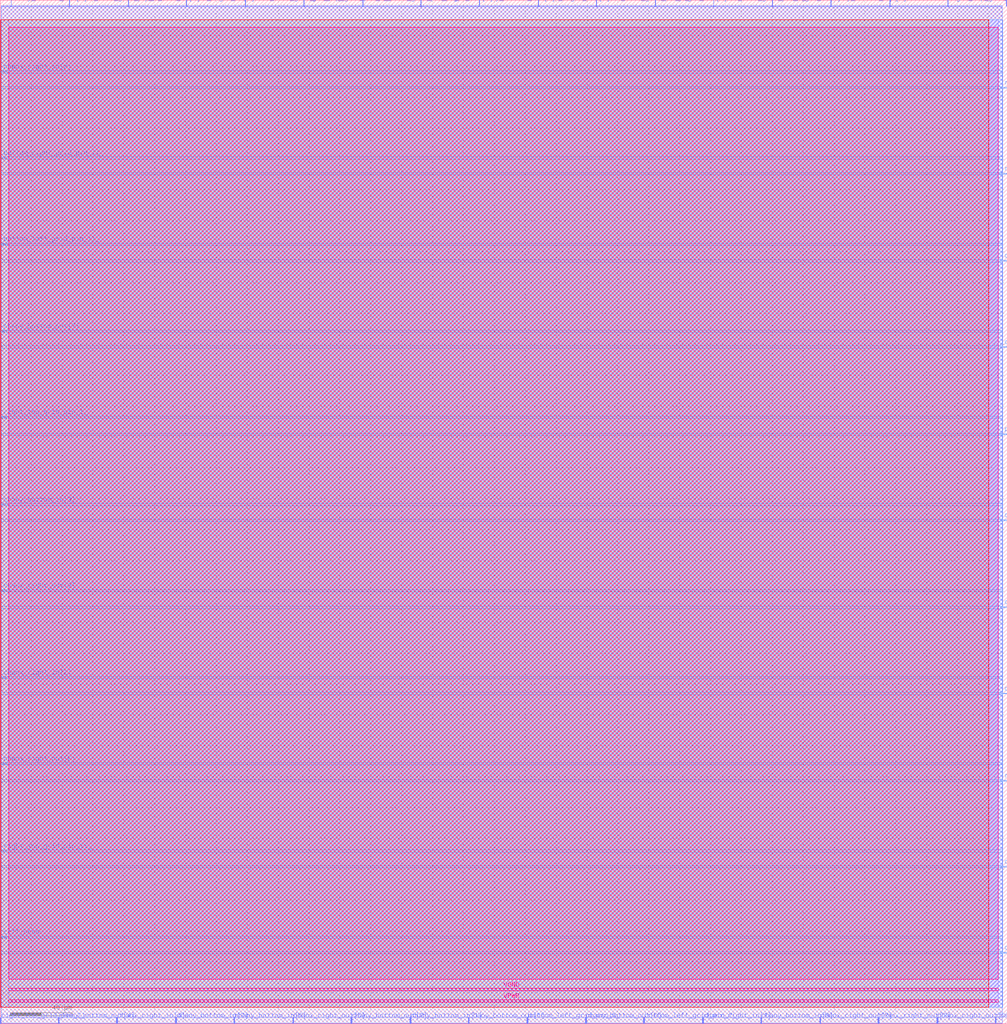
<source format=lef>
VERSION 5.7 ;
  NAMESCASESENSITIVE ON ;
  NOWIREEXTENSIONATPIN ON ;
  DIVIDERCHAR "/" ;
  BUSBITCHARS "[]" ;
UNITS
  DATABASE MICRONS 200 ;
END UNITS

MACRO sb_0__3_
  CLASS BLOCK ;
  FOREIGN sb_0__3_ ;
  ORIGIN 0.000 0.000 ;
  SIZE 652.150 BY 662.870 ;
  PIN bottom_left_grid_pin_11_
    DIRECTION INPUT ;
    PORT
      LAYER met3 ;
        RECT 0.000 504.600 4.000 505.200 ;
    END
  END bottom_left_grid_pin_11_
  PIN bottom_left_grid_pin_13_
    DIRECTION INPUT ;
    PORT
      LAYER met2 ;
        RECT 234.690 658.870 234.970 662.870 ;
    END
  END bottom_left_grid_pin_13_
  PIN bottom_left_grid_pin_15_
    DIRECTION INPUT ;
    PORT
      LAYER met2 ;
        RECT 158.790 658.870 159.070 662.870 ;
    END
  END bottom_left_grid_pin_15_
  PIN bottom_left_grid_pin_1_
    DIRECTION INPUT ;
    PORT
      LAYER met2 ;
        RECT 44.710 658.870 44.990 662.870 ;
    END
  END bottom_left_grid_pin_1_
  PIN bottom_left_grid_pin_3_
    DIRECTION INPUT ;
    PORT
      LAYER met2 ;
        RECT 461.930 658.870 462.210 662.870 ;
    END
  END bottom_left_grid_pin_3_
  PIN bottom_left_grid_pin_5_
    DIRECTION INPUT ;
    PORT
      LAYER met2 ;
        RECT 341.410 0.000 341.690 4.000 ;
    END
  END bottom_left_grid_pin_5_
  PIN bottom_left_grid_pin_7_
    DIRECTION INPUT ;
    PORT
      LAYER met2 ;
        RECT 416.850 0.000 417.130 4.000 ;
    END
  END bottom_left_grid_pin_7_
  PIN bottom_left_grid_pin_9_
    DIRECTION INPUT ;
    PORT
      LAYER met2 ;
        RECT 386.030 658.870 386.310 662.870 ;
    END
  END bottom_left_grid_pin_9_
  PIN bottom_right_grid_pin_11_
    DIRECTION INPUT ;
    PORT
      LAYER met3 ;
        RECT 0.000 560.360 4.000 560.960 ;
    END
  END bottom_right_grid_pin_11_
  PIN ccff_head
    DIRECTION INPUT ;
    PORT
      LAYER met3 ;
        RECT 0.000 55.800 4.000 56.400 ;
    END
  END ccff_head
  PIN ccff_tail
    DIRECTION OUTPUT TRISTATE ;
    PORT
      LAYER met3 ;
        RECT 648.150 269.320 652.150 269.920 ;
    END
  END ccff_tail
  PIN chanx_right_in[0]
    DIRECTION INPUT ;
    PORT
      LAYER met2 ;
        RECT 120.610 658.870 120.890 662.870 ;
    END
  END chanx_right_in[0]
  PIN chanx_right_in[1]
    DIRECTION INPUT ;
    PORT
      LAYER met2 ;
        RECT 455.030 0.000 455.310 4.000 ;
    END
  END chanx_right_in[1]
  PIN chanx_right_in[2]
    DIRECTION INPUT ;
    PORT
      LAYER met3 ;
        RECT 0.000 223.760 4.000 224.360 ;
    END
  END chanx_right_in[2]
  PIN chanx_right_in[3]
    DIRECTION INPUT ;
    PORT
      LAYER met2 ;
        RECT 500.110 658.870 500.390 662.870 ;
    END
  END chanx_right_in[3]
  PIN chanx_right_in[4]
    DIRECTION INPUT ;
    PORT
      LAYER met2 ;
        RECT 75.530 0.000 75.810 4.000 ;
    END
  END chanx_right_in[4]
  PIN chanx_right_in[5]
    DIRECTION INPUT ;
    PORT
      LAYER met2 ;
        RECT 644.550 0.000 644.830 4.000 ;
    END
  END chanx_right_in[5]
  PIN chanx_right_in[6]
    DIRECTION INPUT ;
    PORT
      LAYER met3 ;
        RECT 0.000 616.120 4.000 616.720 ;
    END
  END chanx_right_in[6]
  PIN chanx_right_in[7]
    DIRECTION INPUT ;
    PORT
      LAYER met3 ;
        RECT 648.150 101.360 652.150 101.960 ;
    END
  END chanx_right_in[7]
  PIN chanx_right_in[8]
    DIRECTION INPUT ;
    PORT
      LAYER met3 ;
        RECT 648.150 437.960 652.150 438.560 ;
    END
  END chanx_right_in[8]
  PIN chanx_right_out[0]
    DIRECTION OUTPUT TRISTATE ;
    PORT
      LAYER met2 ;
        RECT 606.830 0.000 607.110 4.000 ;
    END
  END chanx_right_out[0]
  PIN chanx_right_out[1]
    DIRECTION OUTPUT TRISTATE ;
    PORT
      LAYER met2 ;
        RECT 272.410 658.870 272.690 662.870 ;
    END
  END chanx_right_out[1]
  PIN chanx_right_out[2]
    DIRECTION OUTPUT TRISTATE ;
    PORT
      LAYER met3 ;
        RECT 0.000 280.200 4.000 280.800 ;
    END
  END chanx_right_out[2]
  PIN chanx_right_out[3]
    DIRECTION OUTPUT TRISTATE ;
    PORT
      LAYER met2 ;
        RECT 568.650 0.000 568.930 4.000 ;
    END
  END chanx_right_out[3]
  PIN chanx_right_out[4]
    DIRECTION OUTPUT TRISTATE ;
    PORT
      LAYER met2 ;
        RECT 424.210 658.870 424.490 662.870 ;
    END
  END chanx_right_out[4]
  PIN chanx_right_out[5]
    DIRECTION OUTPUT TRISTATE ;
    PORT
      LAYER met2 ;
        RECT 189.610 0.000 189.890 4.000 ;
    END
  END chanx_right_out[5]
  PIN chanx_right_out[6]
    DIRECTION OUTPUT TRISTATE ;
    PORT
      LAYER met2 ;
        RECT 348.310 658.870 348.590 662.870 ;
    END
  END chanx_right_out[6]
  PIN chanx_right_out[7]
    DIRECTION OUTPUT TRISTATE ;
    PORT
      LAYER met2 ;
        RECT 530.930 0.000 531.210 4.000 ;
    END
  END chanx_right_out[7]
  PIN chanx_right_out[8]
    DIRECTION OUTPUT TRISTATE ;
    PORT
      LAYER met3 ;
        RECT 0.000 168.000 4.000 168.600 ;
    END
  END chanx_right_out[8]
  PIN chany_bottom_in[0]
    DIRECTION INPUT ;
    PORT
      LAYER met2 ;
        RECT 82.890 658.870 83.170 662.870 ;
    END
  END chany_bottom_in[0]
  PIN chany_bottom_in[1]
    DIRECTION INPUT ;
    PORT
      LAYER met2 ;
        RECT 265.510 0.000 265.790 4.000 ;
    END
  END chany_bottom_in[1]
  PIN chany_bottom_in[2]
    DIRECTION INPUT ;
    PORT
      LAYER met3 ;
        RECT 648.150 325.760 652.150 326.360 ;
    END
  END chany_bottom_in[2]
  PIN chany_bottom_in[3]
    DIRECTION INPUT ;
    PORT
      LAYER met3 ;
        RECT 0.000 335.960 4.000 336.560 ;
    END
  END chany_bottom_in[3]
  PIN chany_bottom_in[4]
    DIRECTION INPUT ;
    PORT
      LAYER met3 ;
        RECT 648.150 493.720 652.150 494.320 ;
    END
  END chany_bottom_in[4]
  PIN chany_bottom_in[5]
    DIRECTION INPUT ;
    PORT
      LAYER met3 ;
        RECT 648.150 45.600 652.150 46.200 ;
    END
  END chany_bottom_in[5]
  PIN chany_bottom_in[6]
    DIRECTION INPUT ;
    PORT
      LAYER met2 ;
        RECT 151.430 0.000 151.710 4.000 ;
    END
  END chany_bottom_in[6]
  PIN chany_bottom_in[7]
    DIRECTION INPUT ;
    PORT
      LAYER met2 ;
        RECT 113.710 0.000 113.990 4.000 ;
    END
  END chany_bottom_in[7]
  PIN chany_bottom_in[8]
    DIRECTION INPUT ;
    PORT
      LAYER met2 ;
        RECT 492.750 0.000 493.030 4.000 ;
    END
  END chany_bottom_in[8]
  PIN chany_bottom_out[0]
    DIRECTION OUTPUT TRISTATE ;
    PORT
      LAYER met2 ;
        RECT 379.130 0.000 379.410 4.000 ;
    END
  END chany_bottom_out[0]
  PIN chany_bottom_out[1]
    DIRECTION OUTPUT TRISTATE ;
    PORT
      LAYER met2 ;
        RECT 303.230 0.000 303.510 4.000 ;
    END
  END chany_bottom_out[1]
  PIN chany_bottom_out[2]
    DIRECTION OUTPUT TRISTATE ;
    PORT
      LAYER met2 ;
        RECT 227.330 0.000 227.610 4.000 ;
    END
  END chany_bottom_out[2]
  PIN chany_bottom_out[3]
    DIRECTION OUTPUT TRISTATE ;
    PORT
      LAYER met2 ;
        RECT 6.990 658.870 7.270 662.870 ;
    END
  END chany_bottom_out[3]
  PIN chany_bottom_out[4]
    DIRECTION OUTPUT TRISTATE ;
    PORT
      LAYER met2 ;
        RECT 37.810 0.000 38.090 4.000 ;
    END
  END chany_bottom_out[4]
  PIN chany_bottom_out[5]
    DIRECTION OUTPUT TRISTATE ;
    PORT
      LAYER met2 ;
        RECT 537.830 658.870 538.110 662.870 ;
    END
  END chany_bottom_out[5]
  PIN chany_bottom_out[6]
    DIRECTION OUTPUT TRISTATE ;
    PORT
      LAYER met3 ;
        RECT 648.150 213.560 652.150 214.160 ;
    END
  END chany_bottom_out[6]
  PIN chany_bottom_out[7]
    DIRECTION OUTPUT TRISTATE ;
    PORT
      LAYER met3 ;
        RECT 0.000 448.160 4.000 448.760 ;
    END
  END chany_bottom_out[7]
  PIN chany_bottom_out[8]
    DIRECTION OUTPUT TRISTATE ;
    PORT
      LAYER met2 ;
        RECT 310.130 658.870 310.410 662.870 ;
    END
  END chany_bottom_out[8]
  PIN pReset
    DIRECTION INPUT ;
    PORT
      LAYER met2 ;
        RECT 576.010 658.870 576.290 662.870 ;
    END
  END pReset
  PIN prog_clk
    DIRECTION INPUT ;
    PORT
      LAYER met3 ;
        RECT 648.150 381.520 652.150 382.120 ;
    END
  END prog_clk
  PIN right_bottom_grid_pin_12_
    DIRECTION INPUT ;
    PORT
      LAYER met3 ;
        RECT 648.150 157.120 652.150 157.720 ;
    END
  END right_bottom_grid_pin_12_
  PIN right_top_grid_pin_11_
    DIRECTION INPUT ;
    PORT
      LAYER met3 ;
        RECT 0.000 111.560 4.000 112.160 ;
    END
  END right_top_grid_pin_11_
  PIN right_top_grid_pin_13_
    DIRECTION INPUT ;
    PORT
      LAYER met2 ;
        RECT 613.730 658.870 614.010 662.870 ;
    END
  END right_top_grid_pin_13_
  PIN right_top_grid_pin_15_
    DIRECTION INPUT ;
    PORT
      LAYER met2 ;
        RECT 651.450 658.870 651.730 662.870 ;
    END
  END right_top_grid_pin_15_
  PIN right_top_grid_pin_1_
    DIRECTION INPUT ;
    PORT
      LAYER met3 ;
        RECT 0.000 392.400 4.000 393.000 ;
    END
  END right_top_grid_pin_1_
  PIN right_top_grid_pin_3_
    DIRECTION INPUT ;
    PORT
      LAYER met2 ;
        RECT 196.510 658.870 196.790 662.870 ;
    END
  END right_top_grid_pin_3_
  PIN right_top_grid_pin_5_
    DIRECTION INPUT ;
    PORT
      LAYER met3 ;
        RECT 648.150 605.920 652.150 606.520 ;
    END
  END right_top_grid_pin_5_
  PIN right_top_grid_pin_7_
    DIRECTION INPUT ;
    PORT
      LAYER met2 ;
        RECT 0.090 0.000 0.370 4.000 ;
    END
  END right_top_grid_pin_7_
  PIN right_top_grid_pin_9_
    DIRECTION INPUT ;
    PORT
      LAYER met3 ;
        RECT 648.150 550.160 652.150 550.760 ;
    END
  END right_top_grid_pin_9_
  PIN VPWR
    DIRECTION INPUT ;
    USE POWER ;
    PORT
      LAYER met5 ;
        RECT 5.520 13.840 646.300 15.440 ;
    END
  END VPWR
  PIN VGND
    DIRECTION INPUT ;
    USE GROUND ;
    PORT
      LAYER met5 ;
        RECT 5.520 21.340 646.300 22.940 ;
    END
  END VGND
  OBS
      LAYER li1 ;
        RECT 5.520 10.795 646.300 650.165 ;
      LAYER met1 ;
        RECT 0.530 10.640 648.990 659.220 ;
      LAYER met2 ;
        RECT 0.550 658.590 6.710 659.330 ;
        RECT 7.550 658.590 44.430 659.330 ;
        RECT 45.270 658.590 82.610 659.330 ;
        RECT 83.450 658.590 120.330 659.330 ;
        RECT 121.170 658.590 158.510 659.330 ;
        RECT 159.350 658.590 196.230 659.330 ;
        RECT 197.070 658.590 234.410 659.330 ;
        RECT 235.250 658.590 272.130 659.330 ;
        RECT 272.970 658.590 309.850 659.330 ;
        RECT 310.690 658.590 348.030 659.330 ;
        RECT 348.870 658.590 385.750 659.330 ;
        RECT 386.590 658.590 423.930 659.330 ;
        RECT 424.770 658.590 461.650 659.330 ;
        RECT 462.490 658.590 499.830 659.330 ;
        RECT 500.670 658.590 537.550 659.330 ;
        RECT 538.390 658.590 575.730 659.330 ;
        RECT 576.570 658.590 613.450 659.330 ;
        RECT 614.290 658.590 648.970 659.330 ;
        RECT 0.550 4.280 648.970 658.590 ;
        RECT 0.650 0.270 37.530 4.280 ;
        RECT 38.370 0.270 75.250 4.280 ;
        RECT 76.090 0.270 113.430 4.280 ;
        RECT 114.270 0.270 151.150 4.280 ;
        RECT 151.990 0.270 189.330 4.280 ;
        RECT 190.170 0.270 227.050 4.280 ;
        RECT 227.890 0.270 265.230 4.280 ;
        RECT 266.070 0.270 302.950 4.280 ;
        RECT 303.790 0.270 341.130 4.280 ;
        RECT 341.970 0.270 378.850 4.280 ;
        RECT 379.690 0.270 416.570 4.280 ;
        RECT 417.410 0.270 454.750 4.280 ;
        RECT 455.590 0.270 492.470 4.280 ;
        RECT 493.310 0.270 530.650 4.280 ;
        RECT 531.490 0.270 568.370 4.280 ;
        RECT 569.210 0.270 606.550 4.280 ;
        RECT 607.390 0.270 644.270 4.280 ;
        RECT 645.110 0.270 648.970 4.280 ;
      LAYER met3 ;
        RECT 0.270 617.120 649.210 650.245 ;
        RECT 4.400 615.720 649.210 617.120 ;
        RECT 0.270 606.920 649.210 615.720 ;
        RECT 0.270 605.520 647.750 606.920 ;
        RECT 0.270 561.360 649.210 605.520 ;
        RECT 4.400 559.960 649.210 561.360 ;
        RECT 0.270 551.160 649.210 559.960 ;
        RECT 0.270 549.760 647.750 551.160 ;
        RECT 0.270 505.600 649.210 549.760 ;
        RECT 4.400 504.200 649.210 505.600 ;
        RECT 0.270 494.720 649.210 504.200 ;
        RECT 0.270 493.320 647.750 494.720 ;
        RECT 0.270 449.160 649.210 493.320 ;
        RECT 4.400 447.760 649.210 449.160 ;
        RECT 0.270 438.960 649.210 447.760 ;
        RECT 0.270 437.560 647.750 438.960 ;
        RECT 0.270 393.400 649.210 437.560 ;
        RECT 4.400 392.000 649.210 393.400 ;
        RECT 0.270 382.520 649.210 392.000 ;
        RECT 0.270 381.120 647.750 382.520 ;
        RECT 0.270 336.960 649.210 381.120 ;
        RECT 4.400 335.560 649.210 336.960 ;
        RECT 0.270 326.760 649.210 335.560 ;
        RECT 0.270 325.360 647.750 326.760 ;
        RECT 0.270 281.200 649.210 325.360 ;
        RECT 4.400 279.800 649.210 281.200 ;
        RECT 0.270 270.320 649.210 279.800 ;
        RECT 0.270 268.920 647.750 270.320 ;
        RECT 0.270 224.760 649.210 268.920 ;
        RECT 4.400 223.360 649.210 224.760 ;
        RECT 0.270 214.560 649.210 223.360 ;
        RECT 0.270 213.160 647.750 214.560 ;
        RECT 0.270 169.000 649.210 213.160 ;
        RECT 4.400 167.600 649.210 169.000 ;
        RECT 0.270 158.120 649.210 167.600 ;
        RECT 0.270 156.720 647.750 158.120 ;
        RECT 0.270 112.560 649.210 156.720 ;
        RECT 4.400 111.160 649.210 112.560 ;
        RECT 0.270 102.360 649.210 111.160 ;
        RECT 0.270 100.960 647.750 102.360 ;
        RECT 0.270 56.800 649.210 100.960 ;
        RECT 4.400 55.400 649.210 56.800 ;
        RECT 0.270 46.600 649.210 55.400 ;
        RECT 0.270 45.200 647.750 46.600 ;
        RECT 0.270 10.715 649.210 45.200 ;
      LAYER met4 ;
        RECT 0.295 10.640 640.320 650.320 ;
      LAYER met5 ;
        RECT 5.520 28.840 646.300 645.440 ;
  END
END sb_0__3_
END LIBRARY


</source>
